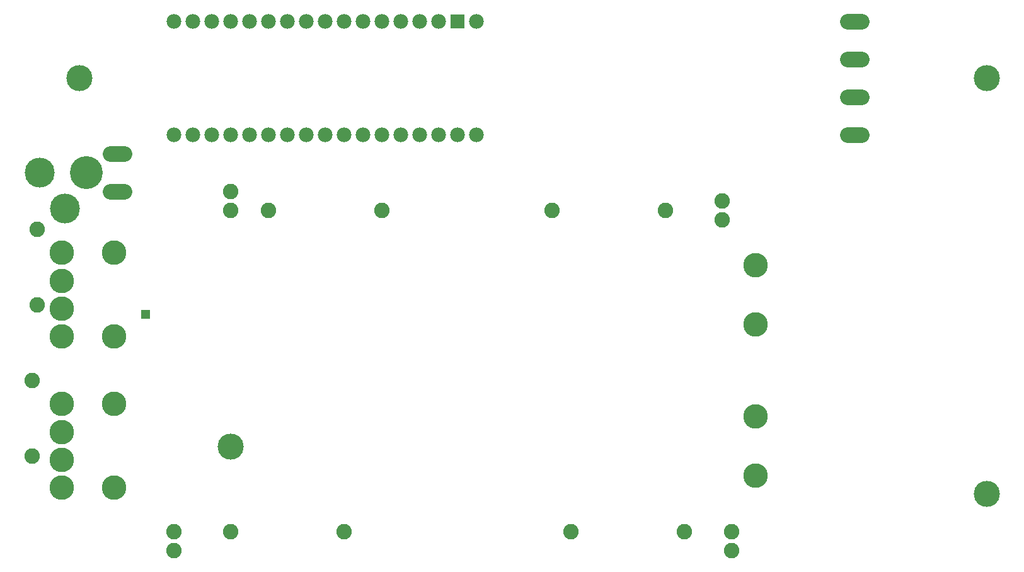
<source format=gts>
G75*
G70*
%OFA0B0*%
%FSLAX24Y24*%
%IPPOS*%
%LPD*%
%AMOC8*
5,1,8,0,0,1.08239X$1,22.5*
%
%ADD10R,0.0780X0.0780*%
%ADD11C,0.0780*%
%ADD12C,0.1300*%
%ADD13C,0.0789*%
%ADD14C,0.0867*%
%ADD15C,0.1740*%
%ADD16C,0.1582*%
%ADD17C,0.0820*%
%ADD18C,0.0820*%
%ADD19C,0.1380*%
%ADD20R,0.0476X0.0476*%
D10*
X025500Y029100D03*
D11*
X024500Y029100D03*
X023500Y029100D03*
X022500Y029100D03*
X021500Y029100D03*
X020500Y029100D03*
X019500Y029100D03*
X018500Y029100D03*
X017500Y029100D03*
X016500Y029100D03*
X015500Y029100D03*
X014500Y029100D03*
X013500Y029100D03*
X012500Y029100D03*
X011500Y029100D03*
X010500Y029100D03*
X010500Y023100D03*
X011500Y023100D03*
X012500Y023100D03*
X013500Y023100D03*
X014500Y023100D03*
X015500Y023100D03*
X016500Y023100D03*
X017500Y023100D03*
X018500Y023100D03*
X019500Y023100D03*
X020500Y023100D03*
X021500Y023100D03*
X022500Y023100D03*
X023500Y023100D03*
X024500Y023100D03*
X025500Y023100D03*
X026500Y023100D03*
X026500Y029100D03*
D12*
X007331Y016857D03*
X004575Y016859D03*
X004576Y015381D03*
X004576Y013904D03*
X004576Y012429D03*
X007330Y012429D03*
X007331Y008857D03*
X004575Y008859D03*
X004576Y007381D03*
X004576Y005904D03*
X004576Y004429D03*
X007330Y004429D03*
X041268Y005068D03*
X041267Y008219D03*
X041268Y013068D03*
X041267Y016219D03*
D13*
X004576Y004427D03*
X004573Y005903D03*
X004572Y007381D03*
X004574Y008862D03*
X004576Y012427D03*
X004573Y013903D03*
X004572Y015381D03*
X004574Y016862D03*
X041265Y016219D03*
X041270Y013065D03*
X041265Y008219D03*
X041270Y005065D03*
D14*
X007332Y004424D03*
X007327Y008858D03*
X007332Y012424D03*
X007327Y016858D03*
D15*
X005854Y021100D03*
D16*
X004732Y019210D03*
X003394Y021100D03*
D17*
X003250Y018100D03*
X003250Y014100D03*
X003000Y010100D03*
X003000Y006100D03*
X010500Y002100D03*
X010500Y001100D03*
X013500Y002100D03*
X019500Y002100D03*
X031500Y002100D03*
X037500Y002100D03*
X040000Y002100D03*
X040000Y001100D03*
X039500Y018600D03*
X039500Y019600D03*
X036500Y019100D03*
X030500Y019100D03*
X021500Y019100D03*
X015500Y019100D03*
X013500Y019100D03*
X013500Y020100D03*
D18*
X007870Y020100D02*
X007130Y020100D01*
X007130Y022100D02*
X007870Y022100D01*
X046130Y023100D02*
X046870Y023100D01*
X046870Y025100D02*
X046130Y025100D01*
X046130Y027100D02*
X046870Y027100D01*
X046870Y029100D02*
X046130Y029100D01*
D19*
X053500Y026100D03*
X053500Y004100D03*
X013500Y006600D03*
X005500Y026100D03*
D20*
X009000Y013600D03*
M02*

</source>
